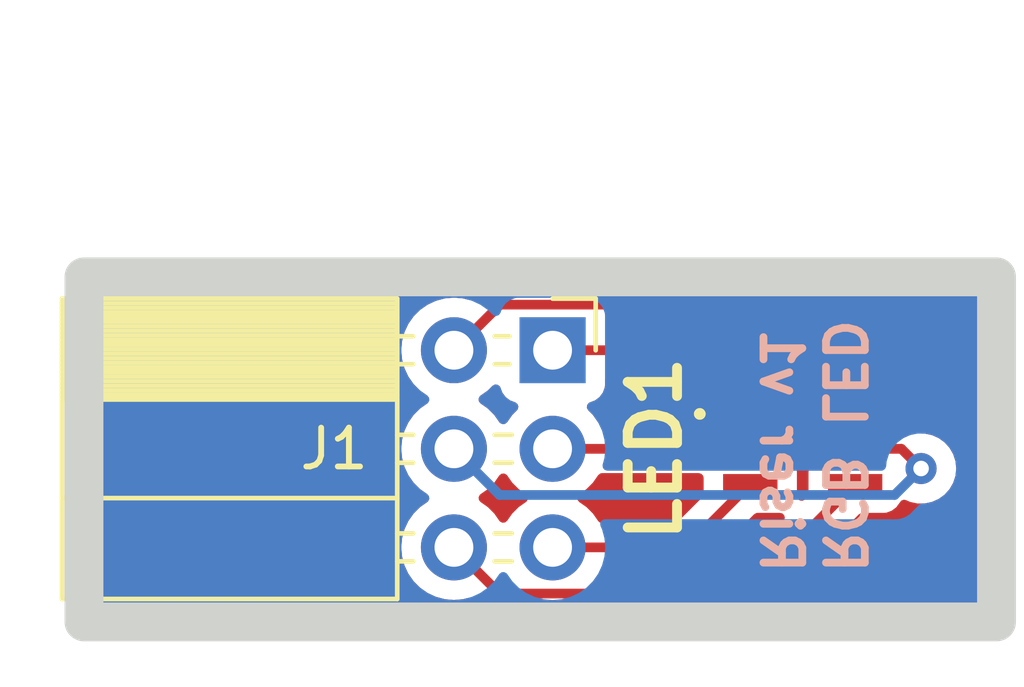
<source format=kicad_pcb>
(kicad_pcb (version 20221018) (generator pcbnew)
  (layers (0 "F.Cu" signal) (31 "B.Cu" signal) (34 "B.Paste" user) (35 "F.Paste" user) (36 "B.SilkS" user "B.Silkscreen") (37 "F.SilkS" user "F.Silkscreen") (38 "B.Mask" user) (39 "F.Mask" user) (44 "Edge.Cuts" user))
  (net 0 "")
  (net 1 "Net-(J1-Pin_1)")
  (net 2 "Net-(J1-Pin_2)")
  (net 3 "Net-(J1-Pin_3)")
  (net 4 "Net-(J1-Pin_4)")
  (net 5 "Net-(J1-Pin_5)")
  (net 6 "Net-(J1-Pin_6)")
  (footprint "footprints:ASMBUTF00D20B" (layer "F.Cu") (at 95.25 73.66)
    (fp_text reference "LED1" (at -3.81 0 -90) (layer "F.SilkS") (effects (font (size 1.27 1.27) (thickness 0.254))))
    (fp_text value "ASMB-UTF0-0D20B" hide)
    (fp_line (start -2.7 -0.9) (end -2.7 -0.9) (stroke (width 0.2)) (layer "F.SilkS"))
    (fp_line (start -2.7 -0.9) (end -2.7 -0.9) (stroke (width 0.2)) (layer "F.SilkS"))
    (fp_line (start -2.6 -0.9) (end -2.6 -0.9) (stroke (width 0.2)) (layer "F.SilkS"))
    (fp_arc (start -2.7 -0.9) (mid -2.65 -0.95) (end -2.6 -0.9) (stroke (width 0.2)) (layer "F.SilkS"))
    (fp_arc (start -2.6 -0.9) (mid -2.65 -0.85) (end -2.7 -0.9) (stroke (width 0.2)) (layer "F.SilkS"))
    (fp_arc (start -2.6 -0.9) (mid -2.65 -0.85) (end -2.7 -0.9) (stroke (width 0.2)) (layer "F.SilkS"))
    (pad "1" smd rect (at -1.35 -0.9 90) (size 0.5 1.4) (layers "F.Cu" "F.Paste" "F.Mask") (net 1 "Net-(J1-Pin_1)"))
    (pad "2" smd rect (at 1.35 -0.9 90) (size 0.5 1.4) (layers "F.Cu" "F.Paste" "F.Mask") (net 2 "Net-(J1-Pin_2)"))
    (pad "3" smd rect (at -1.35 0 90) (size 0.5 1.4) (layers "F.Cu" "F.Paste" "F.Mask") (net 3 "Net-(J1-Pin_3)"))
    (pad "4" smd rect (at 1.35 0 90) (size 0.5 1.4) (layers "F.Cu" "F.Paste" "F.Mask") (net 4 "Net-(J1-Pin_4)"))
    (pad "5" smd rect (at -1.35 0.9 90) (size 0.5 1.4) (layers "F.Cu" "F.Paste" "F.Mask") (net 5 "Net-(J1-Pin_5)"))
    (pad "6" smd rect (at 1.35 0.9 90) (size 0.5 1.4) (layers "F.Cu" "F.Paste" "F.Mask") (net 6 "Net-(J1-Pin_6)"))
  )
  (footprint "Connector_PinSocket_2.54mm:PinSocket_2x03_P2.54mm_Horizontal" (layer "F.Cu") (at 88.81 71.12)
    (fp_text reference "J1" (at -5.625 2.54) (layer "F.SilkS"))
    (fp_text value "Conn_02x03_Odd_Even")
    (fp_line (start -12.63 -1.33) (end -12.63 6.41) (stroke (width 0.12)) (layer "F.SilkS"))
    (fp_line (start -12.63 -1.33) (end -4 -1.33) (stroke (width 0.12)) (layer "F.SilkS"))
    (fp_line (start -12.63 -1.21) (end -4 -1.21) (stroke (width 0.12)) (layer "F.SilkS"))
    (fp_line (start -12.63 -1.091905) (end -4 -1.091905) (stroke (width 0.12)) (layer "F.SilkS"))
    (fp_line (start -12.63 -0.97381) (end -4 -0.97381) (stroke (width 0.12)) (layer "F.SilkS"))
    (fp_line (start -12.63 -0.855715) (end -4 -0.855715) (stroke (width 0.12)) (layer "F.SilkS"))
    (fp_line (start -12.63 -0.73762) (end -4 -0.73762) (stroke (width 0.12)) (layer "F.SilkS"))
    (fp_line (start -12.63 -0.619525) (end -4 -0.619525) (stroke (width 0.12)) (layer "F.SilkS"))
    (fp_line (start -12.63 -0.50143) (end -4 -0.50143) (stroke (width 0.12)) (layer "F.SilkS"))
    (fp_line (start -12.63 -0.383335) (end -4 -0.383335) (stroke (width 0.12)) (layer "F.SilkS"))
    (fp_line (start -12.63 -0.26524) (end -4 -0.26524) (stroke (width 0.12)) (layer "F.SilkS"))
    (fp_line (start -12.63 -0.147145) (end -4 -0.147145) (stroke (width 0.12)) (layer "F.SilkS"))
    (fp_line (start -12.63 -0.02905) (end -4 -0.02905) (stroke (width 0.12)) (layer "F.SilkS"))
    (fp_line (start -12.63 0.089045) (end -4 0.089045) (stroke (width 0.12)) (layer "F.SilkS"))
    (fp_line (start -12.63 0.20714) (end -4 0.20714) (stroke (width 0.12)) (layer "F.SilkS"))
    (fp_line (start -12.63 0.325235) (end -4 0.325235) (stroke (width 0.12)) (layer "F.SilkS"))
    (fp_line (start -12.63 0.44333) (end -4 0.44333) (stroke (width 0.12)) (layer "F.SilkS"))
    (fp_line (start -12.63 0.561425) (end -4 0.561425) (stroke (width 0.12)) (layer "F.SilkS"))
    (fp_line (start -12.63 0.67952) (end -4 0.67952) (stroke (width 0.12)) (layer "F.SilkS"))
    (fp_line (start -12.63 0.797615) (end -4 0.797615) (stroke (width 0.12)) (layer "F.SilkS"))
    (fp_line (start -12.63 0.91571) (end -4 0.91571) (stroke (width 0.12)) (layer "F.SilkS"))
    (fp_line (start -12.63 1.033805) (end -4 1.033805) (stroke (width 0.12)) (layer "F.SilkS"))
    (fp_line (start -12.63 1.1519) (end -4 1.1519) (stroke (width 0.12)) (layer "F.SilkS"))
    (fp_line (start -12.63 1.27) (end -4 1.27) (stroke (width 0.12)) (layer "F.SilkS"))
    (fp_line (start -12.63 3.81) (end -4 3.81) (stroke (width 0.12)) (layer "F.SilkS"))
    (fp_line (start -12.63 6.41) (end -4 6.41) (stroke (width 0.12)) (layer "F.SilkS"))
    (fp_line (start -4 -1.33) (end -4 6.41) (stroke (width 0.12)) (layer "F.SilkS"))
    (fp_line (start -4 -0.36) (end -3.59 -0.36) (stroke (width 0.12)) (layer "F.SilkS"))
    (fp_line (start -4 0.36) (end -3.59 0.36) (stroke (width 0.12)) (layer "F.SilkS"))
    (fp_line (start -4 2.18) (end -3.59 2.18) (stroke (width 0.12)) (layer "F.SilkS"))
    (fp_line (start -4 2.9) (end -3.59 2.9) (stroke (width 0.12)) (layer "F.SilkS"))
    (fp_line (start -4 4.72) (end -3.59 4.72) (stroke (width 0.12)) (layer "F.SilkS"))
    (fp_line (start -4 5.44) (end -3.59 5.44) (stroke (width 0.12)) (layer "F.SilkS"))
    (fp_line (start -1.49 -0.36) (end -1.11 -0.36) (stroke (width 0.12)) (layer "F.SilkS"))
    (fp_line (start -1.49 0.36) (end -1.11 0.36) (stroke (width 0.12)) (layer "F.SilkS"))
    (fp_line (start -1.49 2.18) (end -1.05 2.18) (stroke (width 0.12)) (layer "F.SilkS"))
    (fp_line (start -1.49 2.9) (end -1.05 2.9) (stroke (width 0.12)) (layer "F.SilkS"))
    (fp_line (start -1.49 4.72) (end -1.05 4.72) (stroke (width 0.12)) (layer "F.SilkS"))
    (fp_line (start -1.49 5.44) (end -1.05 5.44) (stroke (width 0.12)) (layer "F.SilkS"))
    (fp_line (start 0 -1.33) (end 1.11 -1.33) (stroke (width 0.12)) (layer "F.SilkS"))
    (fp_line (start 1.11 -1.33) (end 1.11 0) (stroke (width 0.12)) (layer "F.SilkS"))
    (pad "1" thru_hole rect (at 0 0) (size 1.7 1.7) (drill 1) (layers "*.Cu" "*.Mask") (net 1 "Net-(J1-Pin_1)"))
    (pad "2" thru_hole oval (at -2.54 0) (size 1.7 1.7) (drill 1) (layers "*.Cu" "*.Mask") (net 2 "Net-(J1-Pin_2)"))
    (pad "3" thru_hole oval (at 0 2.54) (size 1.7 1.7) (drill 1) (layers "*.Cu" "*.Mask") (net 3 "Net-(J1-Pin_3)"))
    (pad "4" thru_hole oval (at -2.54 2.54) (size 1.7 1.7) (drill 1) (layers "*.Cu" "*.Mask") (net 4 "Net-(J1-Pin_4)"))
    (pad "5" thru_hole oval (at 0 5.08) (size 1.7 1.7) (drill 1) (layers "*.Cu" "*.Mask") (net 5 "Net-(J1-Pin_5)"))
    (pad "6" thru_hole oval (at -2.54 5.08) (size 1.7 1.7) (drill 1) (layers "*.Cu" "*.Mask") (net 6 "Net-(J1-Pin_6)"))
  )
  (gr_rect (start 76.745 69.23) (end 100.24 78.12) (stroke (width 1)) (fill none) (layer "Edge.Cuts"))
  (gr_text "RGB LED\nRiser v1" (at 94.107 76.962 270) (layer "B.SilkS") (effects (font (size 1 1) (thickness 0.2) bold) (justify left bottom mirror)))
  (segment (start 92.26 71.12) (end 93.9 72.76) (width 0.25) (layer "F.Cu") (net 1))
  (segment (start 88.81 71.12) (end 92.26 71.12) (width 0.25) (layer "F.Cu") (net 1))
  (segment (start 87.46 69.945) (end 93.785 69.945) (width 0.25) (layer "F.Cu") (net 2))
  (segment (start 86.27 71.135) (end 87.46 69.945) (width 0.25) (layer "F.Cu") (net 2))
  (segment (start 93.785 69.945) (end 96.6 72.76) (width 0.25) (layer "F.Cu") (net 2))
  (segment (start 86.27 71.135) (end 86.27 71.77) (width 0.25) (layer "B.Cu") (net 2))
  (segment (start 88.81 73.66) (end 93.9 73.66) (width 0.25) (layer "F.Cu") (net 3))
  (segment (start 97.79 73.66) (end 96.6 73.66) (width 0.25) (layer "F.Cu") (net 4))
  (segment (start 98.298 74.168) (end 97.79 73.66) (width 0.25) (layer "F.Cu") (net 4))
  (via (at 98.298 74.168) (size 0.8) (drill 0.4) (layers "F.Cu" "B.Cu") (net 4))
  (segment (start 86.27 73.675) (end 87.445 74.85) (width 0.25) (layer "B.Cu") (net 4))
  (segment (start 87.445 74.85) (end 97.616 74.85) (width 0.25) (layer "B.Cu") (net 4))
  (segment (start 97.616 74.85) (end 98.298 74.168) (width 0.25) (layer "B.Cu") (net 4))
  (segment (start 92.26 76.2) (end 93.9 74.56) (width 0.25) (layer "F.Cu") (net 5))
  (segment (start 88.81 76.2) (end 92.26 76.2) (width 0.25) (layer "F.Cu") (net 5))
  (segment (start 87.445 77.39) (end 93.77 77.39) (width 0.25) (layer "F.Cu") (net 6))
  (segment (start 93.77 77.39) (end 96.6 74.56) (width 0.25) (layer "F.Cu") (net 6))
  (segment (start 86.27 76.215) (end 87.445 77.39) (width 0.25) (layer "F.Cu") (net 6))
  (zone (net 0) (net_name "") (layers "F&B.Cu") (connect_pads yes (clearance 0.5)) (min_thickness 0.25) (fill yes (thermal_gap 0.5) (thermal_bridge_width 0.5) (island_removal_mode 1) (island_area_min 10))
    (polygon (pts (xy 75.565 67.945) (xy 100.965 67.945) (xy 100.965 79.375) (xy 75.565 79.375)))
  )
)
</source>
